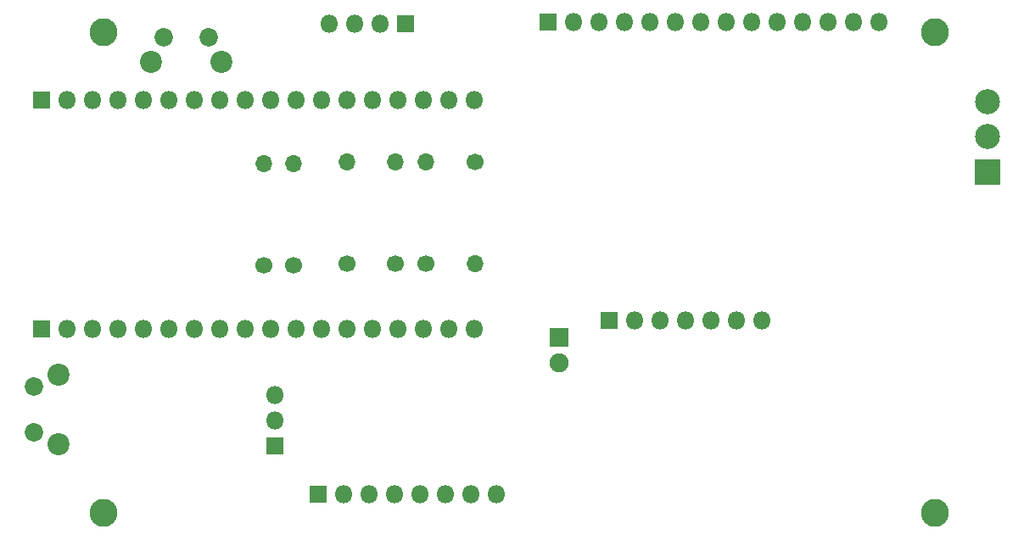
<source format=gbr>
%TF.GenerationSoftware,KiCad,Pcbnew,5.1.6-c6e7f7d~87~ubuntu18.04.1*%
%TF.CreationDate,2021-01-08T11:56:29-05:00*%
%TF.ProjectId,remote,72656d6f-7465-42e6-9b69-6361645f7063,rev?*%
%TF.SameCoordinates,Original*%
%TF.FileFunction,Soldermask,Bot*%
%TF.FilePolarity,Negative*%
%FSLAX46Y46*%
G04 Gerber Fmt 4.6, Leading zero omitted, Abs format (unit mm)*
G04 Created by KiCad (PCBNEW 5.1.6-c6e7f7d~87~ubuntu18.04.1) date 2021-01-08 11:56:29*
%MOMM*%
%LPD*%
G01*
G04 APERTURE LIST*
%ADD10C,2.500000*%
%ADD11R,2.500000X2.500000*%
%ADD12O,1.700000X1.700000*%
%ADD13C,1.700000*%
%ADD14R,1.800000X1.800000*%
%ADD15O,1.800000X1.800000*%
%ADD16C,2.200000*%
%ADD17C,1.850000*%
%ADD18C,1.900000*%
%ADD19R,1.900000X1.900000*%
%ADD20C,2.800000*%
G04 APERTURE END LIST*
D10*
%TO.C,J6*%
X188200000Y-70600000D03*
X188200000Y-74100000D03*
D11*
X188200000Y-77600000D03*
%TD*%
D12*
%TO.C,R1*%
X137100000Y-86760000D03*
D13*
X137100000Y-76600000D03*
%TD*%
D14*
%TO.C,J8*%
X130100000Y-62800000D03*
D15*
X127560000Y-62800000D03*
X125020000Y-62800000D03*
X122480000Y-62800000D03*
%TD*%
D14*
%TO.C,J3*%
X144400000Y-62600000D03*
D15*
X146940000Y-62600000D03*
X149480000Y-62600000D03*
X152020000Y-62600000D03*
X154560000Y-62600000D03*
X157100000Y-62600000D03*
X159640000Y-62600000D03*
X162180000Y-62600000D03*
X164720000Y-62600000D03*
X167260000Y-62600000D03*
X169800000Y-62600000D03*
X172340000Y-62600000D03*
X174880000Y-62600000D03*
X177420000Y-62600000D03*
%TD*%
D14*
%TO.C,J2*%
X93828000Y-70452000D03*
D15*
X96368000Y-70452000D03*
X98908000Y-70452000D03*
X101448000Y-70452000D03*
X103988000Y-70452000D03*
X106528000Y-70452000D03*
X109068000Y-70452000D03*
X111608000Y-70452000D03*
X114148000Y-70452000D03*
X116688000Y-70452000D03*
X119228000Y-70452000D03*
X121768000Y-70452000D03*
X124308000Y-70452000D03*
X126848000Y-70452000D03*
X129388000Y-70452000D03*
X131928000Y-70452000D03*
X134468000Y-70452000D03*
X137008000Y-70452000D03*
%TD*%
D16*
%TO.C,SW0*%
X95515000Y-97815000D03*
D17*
X93025000Y-99075000D03*
X93025000Y-103575000D03*
D16*
X95515000Y-104825000D03*
%TD*%
%TO.C,SW1*%
X104775000Y-66615000D03*
D17*
X106025000Y-64125000D03*
X110525000Y-64125000D03*
D16*
X111785000Y-66615000D03*
%TD*%
D12*
%TO.C,R4*%
X124300000Y-76640000D03*
D13*
X124300000Y-86800000D03*
%TD*%
D18*
%TO.C,D1*%
X145500000Y-96640000D03*
D19*
X145500000Y-94100000D03*
%TD*%
D20*
%TO.C,H1*%
X99956000Y-111676000D03*
%TD*%
D15*
%TO.C,J4*%
X117102000Y-99870000D03*
X117102000Y-102410000D03*
D14*
X117102000Y-104950000D03*
%TD*%
%TO.C,J1*%
X93828000Y-93312000D03*
D15*
X96368000Y-93312000D03*
X98908000Y-93312000D03*
X101448000Y-93312000D03*
X103988000Y-93312000D03*
X106528000Y-93312000D03*
X109068000Y-93312000D03*
X111608000Y-93312000D03*
X114148000Y-93312000D03*
X116688000Y-93312000D03*
X119228000Y-93312000D03*
X121768000Y-93312000D03*
X124308000Y-93312000D03*
X126848000Y-93312000D03*
X129388000Y-93312000D03*
X131928000Y-93312000D03*
X134468000Y-93312000D03*
X137008000Y-93312000D03*
%TD*%
D13*
%TO.C,R5*%
X118956000Y-86944000D03*
D12*
X118956000Y-76784000D03*
%TD*%
D13*
%TO.C,R6*%
X116000000Y-86944000D03*
D12*
X116000000Y-76784000D03*
%TD*%
D15*
%TO.C,J11*%
X139186000Y-109788000D03*
X136646000Y-109788000D03*
X134106000Y-109788000D03*
X131566000Y-109788000D03*
X129026000Y-109788000D03*
X126486000Y-109788000D03*
X123946000Y-109788000D03*
D14*
X121406000Y-109788000D03*
%TD*%
D15*
%TO.C,J9*%
X165728000Y-92396000D03*
X163188000Y-92396000D03*
X160648000Y-92396000D03*
X158108000Y-92396000D03*
X155568000Y-92396000D03*
X153028000Y-92396000D03*
D14*
X150488000Y-92396000D03*
%TD*%
D20*
%TO.C,H4*%
X182956000Y-111676000D03*
%TD*%
%TO.C,H3*%
X99956000Y-63676000D03*
%TD*%
%TO.C,H2*%
X182956000Y-63676000D03*
%TD*%
D12*
%TO.C,R3*%
X129100000Y-76640000D03*
D13*
X129100000Y-86800000D03*
%TD*%
D12*
%TO.C,R2*%
X132200000Y-76640000D03*
D13*
X132200000Y-86800000D03*
%TD*%
M02*

</source>
